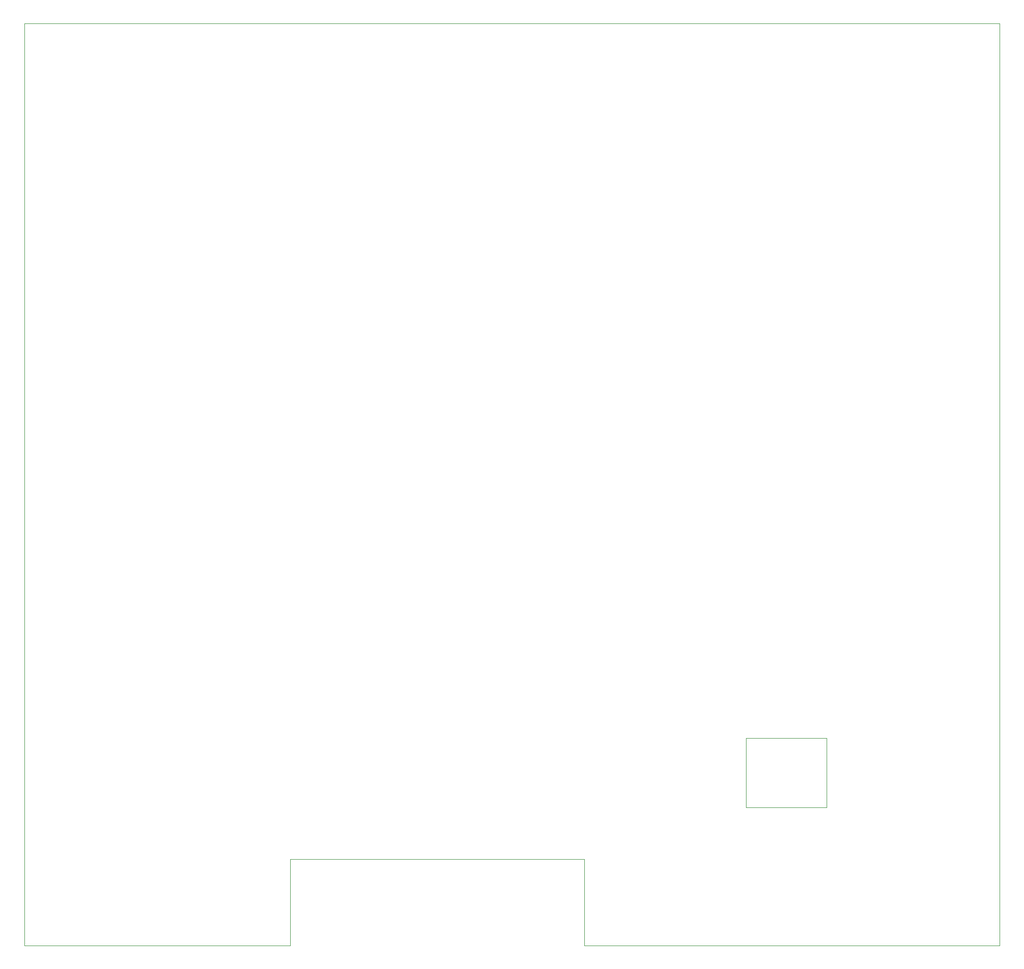
<source format=gm1>
G04 #@! TF.GenerationSoftware,KiCad,Pcbnew,(5.1.5-0-10_14)*
G04 #@! TF.CreationDate,2020-08-30T11:21:39+02:00*
G04 #@! TF.ProjectId,DC_Board,44435f42-6f61-4726-942e-6b696361645f,rev?*
G04 #@! TF.SameCoordinates,Original*
G04 #@! TF.FileFunction,Profile,NP*
%FSLAX46Y46*%
G04 Gerber Fmt 4.6, Leading zero omitted, Abs format (unit mm)*
G04 Created by KiCad (PCBNEW (5.1.5-0-10_14)) date 2020-08-30 11:21:39*
%MOMM*%
%LPD*%
G04 APERTURE LIST*
%ADD10C,0.050000*%
G04 APERTURE END LIST*
D10*
X258000000Y-228000000D02*
X330000000Y-228000000D01*
X330000000Y-228000000D02*
X330000000Y-68000000D01*
X300000000Y-204000000D02*
X286000000Y-204000000D01*
X300000000Y-192000000D02*
X300000000Y-204000000D01*
X286000000Y-192000000D02*
X300000000Y-192000000D01*
X286000000Y-192000000D02*
X286000000Y-204000000D01*
X330000000Y-68000000D02*
X161000000Y-68000000D01*
X161000000Y-228000000D02*
X161000000Y-68000000D01*
X207000000Y-213000000D02*
X207000000Y-228000000D01*
X258000000Y-213000000D02*
X207000000Y-213000000D01*
X258000000Y-213000000D02*
X258000000Y-228000000D01*
X207000000Y-228000000D02*
X161000000Y-228000000D01*
M02*

</source>
